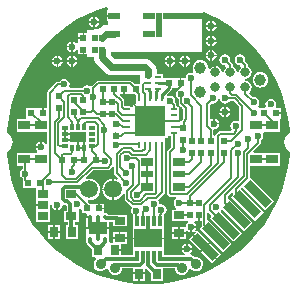
<source format=gtl>
%FSTAX43Y43*%
%MOMM*%
%SFA1B1*%

%IPPOS*%
%AMD22*
4,1,4,0.637540,-1.158240,1.158240,-0.637540,-0.637540,1.158240,-1.158240,0.637540,0.637540,-1.158240,0.0*
%
%ADD10R,0.599999X0.499999*%
%ADD11R,0.499999X0.599999*%
%ADD12O,0.200000X0.649999*%
%ADD13O,0.649999X0.200000*%
%ADD14R,2.599995X2.599995*%
%ADD15R,0.899998X0.649999*%
%ADD16R,1.599997X0.999998*%
%ADD17O,0.299999X0.499999*%
%ADD18R,2.379995X1.649997*%
%ADD19R,0.299999X0.849998*%
%ADD20R,0.349999X0.599999*%
%ADD21R,0.599999X0.349999*%
G04~CAMADD=22~9~0.0~0.0~290.2~1000.0~0.0~0.0~0~0.0~0.0~0.0~0.0~0~0.0~0.0~0.0~0.0~0~0.0~0.0~0.0~225.0~912.0~911.0*
%ADD22D22*%
%ADD23C,1.499997*%
%ADD24C,0.799998*%
%ADD25R,0.999998X0.799998*%
%ADD26R,1.049998X0.799998*%
%ADD27R,1.049998X0.599999*%
%ADD28R,0.699999X0.899998*%
%ADD29R,0.899998X0.699999*%
%ADD30R,0.549999X0.250000*%
%ADD31R,0.999998X0.599999*%
%ADD32C,0.599999*%
%ADD33C,0.581999*%
%ADD34C,0.150000*%
%ADD35C,0.299999*%
%ADD36C,0.253999*%
%ADD37R,0.250000X1.194998*%
%ADD38R,3.499993X0.599999*%
%ADD39R,0.599999X2.099996*%
%ADD40C,0.899998*%
%ADD41C,0.999998*%
%ADD42C,0.599999*%
%LNzooidpcb-1*%
%LPD*%
G36*
X-0005763Y0001869D02*
X-0005783Y0001847D01*
X-0005801Y0001825*
X-0005817Y0001801*
X-0005831Y0001777*
X-0005842Y0001752*
X-0005852Y0001726*
X-0005859Y0001699*
X-0005865Y0001671*
X-0005868Y0001642*
X-0005869Y0001613*
X-0006019*
X-000602Y0001642*
X-0006023Y0001671*
X-0006029Y0001699*
X-0006036Y0001726*
X-0006046Y0001752*
X-0006057Y0001777*
X-0006071Y0001801*
X-0006087Y0001825*
X-0006105Y0001847*
X-0006125Y0001869*
X-000605Y0002006*
X-0006029Y0001987*
X-0006008Y0001972*
X-0005986Y0001962*
X-0005965Y0001955*
X-0005944Y0001953*
X-0005923Y0001955*
X-0005902Y0001962*
X-000588Y0001972*
X-0005859Y0001987*
X-0005838Y0002006*
X-0005763Y0001869*
G37*
G36*
X-0001974Y0004099D02*
X-0001599D01*
X-0001499*
X-0001449*
X-0001194*
X-0001079Y0003974*
Y0003524*
X-000106Y0003426*
X-0001024Y0003374*
X-000106Y0003266*
X-0001091Y0003224*
X-0001274*
Y0003041*
X-0001316Y000301*
X-0001424Y0002974*
X-0001476Y0003009*
X-0001574Y0003029*
X-0001994*
X-0002035Y0003069*
Y0003472*
X-0002052Y000356*
X-0002102Y0003634*
X-0002428Y000396*
X-000237Y0004099*
X-0002124*
Y0004499*
X-0001974*
Y0004099*
G37*
G36*
X-0004603Y0002871D02*
X-00046Y0002842D01*
X-0004594Y0002814*
X-0004587Y0002787*
X-0004577Y0002761*
X-0004566Y0002736*
X-0004552Y0002712*
X-0004536Y0002688*
X-0004518Y0002666*
X-0004498Y0002644*
X-0004573Y0002507*
X-0004594Y0002526*
X-0004615Y0002541*
X-0004637Y0002551*
X-0004658Y0002558*
X-0004679Y000256*
X-00047Y0002558*
X-0004721Y0002551*
X-0004743Y0002541*
X-0004764Y0002526*
X-0004785Y0002507*
X-000486Y0002644*
X-000484Y0002666*
X-0004822Y0002688*
X-0004806Y0002712*
X-0004792Y0002736*
X-0004781Y0002761*
X-0004771Y0002787*
X-0004764Y0002814*
X-0004758Y0002842*
X-0004755Y0002871*
X-0004754Y00029*
X-0004604*
X-0004603Y0002871*
G37*
G36*
X-0005244Y0000849D02*
Y0000349D01*
Y-0000024*
X-0005369*
Y-0000474*
X-0005519*
Y-0000024*
X-0005869*
Y-0000474*
X-0006019*
Y-0000024*
X-0006644*
Y0*
Y0000099*
X-0007094*
Y0000249*
X-0006644*
Y0000349*
Y0000599*
X-0007094*
Y0000749*
X-0006644*
Y0000849*
Y0000874*
X-0005244*
Y0000849*
G37*
G36*
X-0003449Y0011363D02*
X-0003444Y0011263D01*
X-0003554Y0011149*
X-0003574*
Y0010249*
X-0003424*
Y0010011*
X-000353Y0009905*
X-0003599*
X-0003645Y0009899*
X-0003824*
Y0009863*
X-0003952Y000981*
X-0004098Y0009698*
X-0004247Y0009549*
X-0004599*
Y0009474*
X-0005199*
Y0009224*
X-0005424*
Y0008824*
X-0005499*
Y0008749*
X-0005949*
Y0008431*
X-0006125Y0008423*
X-0006273Y0008523*
X-0006374Y0008543*
Y0008099*
Y0007655*
X-0006273Y0007675*
X-0006125Y0007775*
X-0006099Y0007813*
X-0005949Y0007767*
Y0007449*
X-0005574*
Y0007849*
X-0005424*
Y0007449*
X-0005199*
Y0007199*
X-0004646*
Y0007174*
X-0004622Y0006994*
X-0004553Y0006826*
X-0004442Y0006681*
X-0003642Y0005881*
X-0003497Y000577*
X-0003329Y0005701*
X-0003149Y0005677*
X-0000693*
X-0000674Y0005532*
Y0005018*
Y0004974*
X-0000793Y0004899*
X-0001125*
X-0001362Y0005136*
X-0001436Y0005186*
X-0001524Y0005203*
X-0002442*
X-0003481*
X-0004267*
X-0004355Y0005186*
X-0004429Y0005136*
X-000477Y0004795*
X-0004841Y000473*
X-0004987Y0004774*
X-0005024Y0004798*
X-0005199Y0004833*
X-0005375Y0004798*
X-0005524Y0004699*
X-0005587Y0004604*
X-0006613*
X-0006694Y0004754*
X-0006665Y0004899*
X-00067Y0005075*
X-00068Y0005223*
X-0006948Y0005323*
X-0007124Y0005358*
X-00073Y0005323*
X-0007448Y0005223*
X-0007512Y0005128*
X-0007624*
X-0007697Y0005114*
X-0007712Y0005111*
X-0007786Y0005061*
X-0008511Y0004336*
X-0008561Y0004262*
X-0008578Y0004174*
Y0002879*
X-0008824*
Y0002479*
X-0008974*
Y0002879*
X-0009349*
X-0009449*
X-0009499*
X-0010349*
Y0002079*
X-0010466Y0001999*
X-0011149*
Y0000899*
X-0009849*
X-0009749*
X-0008578*
Y-0000123*
X-0008728Y-0000169*
X-0008775Y-00001*
X-0008923Y0*
X-0009024Y0000018*
Y-0000424*
X-0009099*
Y-0000499*
X-0009543*
X-0009523Y-00006*
X-0009423Y-0000748*
Y-0000749*
X-0009468Y-0000899*
X-0009749*
X-0009849*
X-0011149*
Y-0001999*
X-0010653*
Y-0002261*
X-0010748Y-0002325*
X-0010848Y-0002473*
X-0010883Y-0002649*
X-0010848Y-0002825*
X-0010748Y-0002973*
X-0010653Y-0003037*
Y-0003224*
X-0010649Y-0003246*
Y-0003849*
X-0009749*
X-0009649*
X-0009521Y-0003903*
X-0009519Y-0003904*
Y-0004854*
Y-0005254*
X-0008919*
Y-0005404*
X-0009519*
Y-0005804*
Y-0006754*
X-0008319*
Y-0005804*
Y-0005358*
X-0008169Y-0005343*
X-0008143Y-0005475*
X-0008043Y-0005623*
X-0007895Y-0005723*
X-0007794Y-0005743*
Y-0005299*
X-0007644*
Y-0005743*
X-0007543Y-0005723*
X-0007395Y-0005623*
X-0007295Y-0005475*
X-0007283Y-0005413*
X-0007277Y-0005403*
X-0007118Y-0005305*
X-0007093Y-000531*
X-0007011*
X-0006925Y-0005396*
Y-0005804*
X-0007119*
Y-0006754*
X-0006825*
Y-0007009*
X-0006994*
Y-0008209*
X-0005994*
Y-0007009*
X-0006213*
Y-0006754*
X-0005919*
Y-0005828*
Y-0005804*
X-0005836Y-0005688*
X-0005779Y-000565*
X-0005629Y-000573*
Y-0006009*
X-000532*
X-0005236Y-000614*
X-0005234Y-0006159*
X-0005255Y-0006264*
Y-0006289*
X-0004949*
Y-0006439*
X-0005255*
Y-0006464*
X-0005254Y-0006466*
X-0005249Y-0006614*
Y-0007189*
X-0003349*
Y-0006735*
X-0003039*
Y-0007129*
X-0001839*
Y-0006129*
X-0002609*
X-0002639Y-0006123*
X-0003382*
X-0003433Y-0006048*
X-0003532Y-0005981*
X-0003649Y-0005958*
X-0003729Y-0005892*
Y-0005684*
X-0004179*
Y-0005609*
X-0004254*
Y-0005209*
X-0004629*
X-0004729*
X-0004989*
X-0005017Y-0005167*
X-0005145Y-0005039*
X-0005075Y-0004897*
X-0004999Y-0004907*
X-0004764Y-0004876*
X-0004545Y-0004785*
X-0004357Y-0004641*
X-0004213Y-0004453*
X-0004122Y-0004234*
X-0004091Y-0003999*
X-0004122Y-0003764*
X-0004213Y-0003545*
X-0004357Y-0003357*
X-0004545Y-0003213*
X-0004764Y-0003122*
X-0004999Y-0003091*
X-0005213Y-0003119*
X-0005252Y-0003076*
X-0005289Y-0002984*
X-0004679Y-0002373*
X-0003452*
X-0003364Y-0002356*
X-0003289Y-0002306*
X-0003051Y-0002068*
X-0002901Y-000213*
Y-0002626*
X-0002884Y-0002714*
X-0002834Y-0002788*
X-0002591Y-0003032*
X-0002676Y-0003159*
X-0002764Y-0003122*
X-0002924Y-0003101*
Y-0003999*
Y-0004897*
X-0002764Y-0004876*
X-0002545Y-0004785*
X-0002357Y-0004641*
X-0002213Y-0004453*
X-0002173Y-0004358*
X-0002023Y-0004387*
Y-0004781*
X-0002006Y-0004869*
X-0001956Y-0004943*
X-0001473Y-0005426*
X-0001431Y-0005611*
X-0001433Y-0005613*
X-0001468Y-0005789*
X-0001433Y-0005965*
X-0001333Y-0006113*
X-0001299Y-0006136*
Y-0007174*
X-0001339*
Y-0008074*
X0001339*
Y-0007174*
X0001299*
Y-000617*
X0001301Y-0006167*
X0001317Y-0006088*
X0001413Y-0006023*
X0001513Y-0005875*
X0001548Y-0005699*
X0001513Y-0005523*
X0001413Y-0005375*
X0001265Y-0005275*
X0001089Y-000524*
X0001062Y-0005245*
X0000918Y-0005229*
X0000899Y-0005137*
X0000883Y-0005053*
X000086Y-0005019*
X0000819Y-0004868*
X0000882Y-0004803*
X0001336Y-0004349*
X0001386Y-0004274*
X0001403Y-0004186*
Y-0000531*
X0001409Y-0000522*
X0001429Y-0000424*
Y0000024*
X0001409Y0000122*
X0001374Y0000174*
X000141Y0000282*
X0001441Y0000324*
X0001624*
Y0000507*
X0001666Y0000538*
X0001774Y0000574*
X0001826Y0000539*
X000192Y000052*
Y-0000374*
X0001652Y-0000642*
X0001602Y-0000716*
X0001585Y-0000804*
Y-0004272*
X0001602Y-000436*
X0001652Y-0004434*
X0001784Y-0004566*
X0001858Y-0004616*
X0001946Y-0004633*
X0002296*
X0002341Y-0004783*
X0002265Y-0004835*
X0002165Y-0004983*
X000213Y-0005159*
X0002165Y-0005335*
X0002265Y-0005483*
X0002363Y-0005549*
X0002317Y-0005699*
X0001969*
Y-0006699*
X0003169*
Y-0006629*
X0003322*
X0003368Y-0006779*
X00033Y-0006825*
X00032Y-0006973*
X0003184Y-0007055*
X0003165Y-0007149*
X0003022Y-0007199*
X0002644*
Y-0007624*
X0003169*
Y-0007548*
X0003238Y-0007509*
X0003319Y-0007486*
X0003448Y-0007573*
X0003549Y-0007593*
Y-0007149*
X0003624*
Y-0007074*
X0004068*
X0004048Y-0006973*
X0003948Y-0006825*
X000388Y-0006779*
X0003917Y-0006638*
X0003926Y-0006629*
X0004194*
Y-0006179*
X0004344*
Y-0006629*
X0004515*
Y-0007018*
X0004531Y-0007099*
X0004311Y-0007319*
X0006319Y-0009327*
X0007052Y-0008594*
X0005044Y-0006586*
X0004973Y-000646*
Y-0006032*
X0005123Y-000597*
X0005316Y-0006163*
Y-0006313*
X0005209Y-000642*
X0007218Y-0008429*
X0007951Y-0007696*
X0006133Y-0005878*
X0006164Y-0005777*
X0006324Y-0005739*
X0008116Y-0007531*
X0008849Y-0006798*
X000684Y-0004789*
X000671Y-0004736*
Y-0004553*
X0006993Y-000427*
X0007134Y-0004318*
X0007175Y-0004454*
X0007005Y-0004624*
X0009014Y-0006633*
X0009747Y-00059*
X0007767Y-000392*
X0007932Y-0003755*
X0009912Y-0005735*
X0010645Y-0005002*
X0008636Y-0002993*
X0008603Y-0002857*
Y-0001999*
X0009749*
X0009849*
X0011149*
Y-0000899*
X0009849*
X0009749*
X0008951*
X0008894Y-000076*
X0009431Y-0000223*
X0009481Y-0000149*
X0009498Y-0000061*
Y0000161*
X0009593Y0000225*
X0009693Y0000373*
X0009728Y0000549*
X0009693Y0000725*
X0009677Y0000749*
X0009749Y0000899*
X0009849*
X0011149*
Y0001976*
Y0001977*
X0011239Y0002089*
Y0002239*
Y0002414*
X0010789*
Y0002564*
X0011239*
Y0002889*
X0010842*
X0010785Y0002996*
X0010776Y0003039*
X0010808Y0003199*
X0010773Y0003375*
X0010673Y0003523*
X0010525Y0003623*
X0010349Y0003658*
X0010173Y0003623*
X0010025Y0003523*
X0009925Y0003375*
X000989Y0003199*
X0009922Y0003039*
X0009913Y0002996*
X0009856Y0002889*
X0009339*
X0009323Y0002904*
X0009263Y0003045*
X0009363Y0003193*
X0009398Y0003369*
X0009363Y0003545*
X0009263Y0003693*
X0009115Y0003793*
X0008939Y0003828*
X0008827Y0003806*
X0008553Y000408*
X0008568Y0004229*
X0008596Y0004247*
X0008717Y0004429*
X000876Y0004644*
X0008717Y0004859*
X0008596Y0005041*
X0008414Y0005162*
X0008199Y0005205*
Y0005353*
X0008414Y0005396*
X0008596Y0005517*
X0008717Y0005699*
X000876Y0005914*
X0008717Y0006129*
X0008596Y0006311*
X0008428Y0006422*
Y0006524*
X0008411Y0006612*
X0008361Y0006686*
X0008186Y0006862*
X0008208Y0006974*
X0008173Y000715*
X0008073Y0007298*
X0007925Y0007398*
X0007749Y0007433*
X0007573Y0007398*
X0007425Y0007298*
X0007325Y000715*
X000729Y0006974*
X0007325Y0006798*
X0007425Y000665*
X0007573Y000655*
X0007749Y0006515*
X0007784Y0006469*
X0007802Y0006311*
X0007681Y0006129*
X0007638Y0005914*
X000749*
X0007447Y0006129*
X0007326Y0006311*
X0007158Y0006422*
Y0006519*
X0007141Y0006607*
X0007091Y0006681*
X0006911Y0006862*
X0006933Y0006974*
X0006898Y000715*
X0006798Y0007298*
X000665Y0007398*
X0006474Y0007433*
X0006298Y0007398*
X000615Y0007298*
X000605Y000715*
X0006015Y0006974*
X000605Y0006798*
X000615Y000665*
X0006298Y000655*
X0006474Y0006515*
X0006512Y0006467*
X0006532Y0006311*
X0006411Y0006129*
X0006368Y0005914*
X000622*
X0006177Y0006129*
X0006056Y0006311*
X0005874Y0006432*
X0005734Y000646*
Y0005914*
X0005584*
Y000646*
X0005444Y0006432*
X0005262Y0006311*
X0005182Y000619*
X0005038Y0006245*
X0005045Y0006295*
X0005022Y0006465*
X0004957Y0006623*
X0004853Y0006759*
X0004717Y0006863*
X0004559Y0006928*
X0004389Y0006951*
X0004219Y0006928*
X0004061Y0006863*
X0003925Y0006759*
X0003821Y0006623*
X0003756Y0006465*
X0003733Y0006295*
X0003756Y0006125*
X0003805Y0006006*
X0003745Y0005906*
X0003705Y0005873*
X0003629Y0005888*
X0003453Y0005853*
X0003305Y0005753*
X0003205Y0005605*
X0003192Y0005539*
X000317Y0005429*
X0003023Y0005399*
X0002794*
Y0004999*
X0002644*
Y0005399*
X0002319*
X0002269*
X0002219*
X0002169*
X0002119*
X0001274*
Y0005774*
X0000696*
Y0006099*
X0000672Y0006279*
X0000603Y0006447*
X0000492Y0006592*
X0000217Y0006867*
X0000072Y0006978*
X-0000094Y0007047*
X-0000274Y0007071*
X-000286*
X-0003177Y0007387*
X-0003173Y0007572*
X-0003146Y0007599*
X0004574*
Y0010958*
X0004699Y0011041*
X0005075Y0010885*
X0006005Y0010401*
X0006888Y0009838*
X000772Y00092*
X0008492Y0008492*
X00092Y000772*
X0009838Y0006888*
X0010401Y0006005*
X0010885Y0005075*
X0011286Y0004107*
X0011601Y0003108*
X0011828Y0002085*
X0011965Y0001046*
X0011967Y0000991*
X0011966Y0000851*
X0011786Y0000712*
X0011626Y0000503*
X0011525Y000026*
X001149Y0*
X0011525Y-000026*
X0011626Y-0000503*
X0011786Y-0000712*
X0011966Y-0000851*
X0011967Y-0000991*
X0011965Y-0001046*
X0011828Y-0002085*
X0011601Y-0003108*
X0011286Y-0004107*
X0010885Y-0005075*
X0010401Y-0006005*
X0009838Y-0006888*
X00092Y-000772*
X0008492Y-0008492*
X000772Y-00092*
X0006888Y-0009838*
X0006005Y-0010401*
X0005075Y-0010885*
X0004107Y-0011286*
X0003108Y-0011601*
X0002085Y-0011828*
X0001046Y-0011965*
X0Y-001201*
X-0001046Y-0011965*
X-0002085Y-0011828*
X-0003108Y-0011601*
X-0004107Y-0011286*
X-0005075Y-0010885*
X-0006005Y-0010401*
X-0006888Y-0009838*
X-000772Y-00092*
X-0008492Y-0008492*
X-00092Y-000772*
X-0009838Y-0006888*
X-0010401Y-0006005*
X-0010885Y-0005075*
X-0011286Y-0004107*
X-0011601Y-0003108*
X-0011828Y-0002085*
X-0011965Y-0001046*
X-0011967Y-0000989*
Y-000085*
X-0011786Y-0000712*
X-0011626Y-0000503*
X-0011525Y-000026*
X-0011491Y0*
X-0011525Y000026*
X-0011626Y0000503*
X-0011786Y0000712*
X-0011966Y0000851*
X-0011967Y0000991*
X-0011965Y0001046*
X-0011828Y0002085*
X-0011601Y0003108*
X-0011286Y0004107*
X-0010885Y0005075*
X-0010401Y0006005*
X-0009838Y0006888*
X-00092Y000772*
X-0008492Y0008492*
X-000772Y00092*
X-0006888Y0009838*
X-0006005Y0010401*
X-0005075Y0010885*
X-0004107Y0011286*
X-0003577Y0011453*
X-0003449Y0011363*
G37*
G36*
X0002567Y0004449D02*
X0002455Y0004374D01*
X0002355Y0004225*
X000232Y000405*
X0002355Y0003874*
X0002455Y0003725*
X000255Y0003662*
Y0003307*
X0002567Y0003219*
X0002617Y0003144*
X0002952Y0002809*
Y0002022*
X0002814Y0001884*
X0002772Y0001822*
X0002723Y0001817*
X0002617Y0001836*
X0002609Y0001872*
X0002554Y0001954*
Y0002094*
X0002609Y0002176*
X0002629Y0002274*
X0002609Y0002372*
X0002554Y0002454*
Y0002594*
X0002609Y0002676*
X0002629Y0002774*
X0002609Y0002872*
X0002554Y0002954*
X0002472Y0003009*
X0002378Y0003028*
Y0003159*
X0002361Y0003247*
X0002311Y0003321*
X0002256Y0003377*
X0002278Y0003489*
X0002243Y0003665*
X0002143Y0003813*
X0001995Y0003913*
X0001819Y0003948*
X0001672Y0003919*
X0001603Y0004001*
X0001583Y0004042*
X0001959Y0004418*
X000202Y0004509*
X0002038Y0004599*
X0002119*
X0002169*
X0002219*
X0002269*
X0002319*
X0002524*
X0002567Y0004449*
G37*
G36*
X0006075Y0003543D02*
X0006175Y0003395D01*
X0006323Y0003295*
X0006499Y000326*
X0006675Y0003295*
X0006823Y0003395*
X0006887Y000349*
X000721*
X0007695Y0003005*
Y0001889*
X0007545Y0001809*
X0007399Y0001838*
X0007223Y0001803*
X0007075Y0001703*
X0006975Y0001555*
X000694Y0001379*
X0006975Y0001203*
X0007039Y0001108*
X0006969Y0000958*
X0006069*
X0005981Y0000941*
X0005907Y0000891*
X0005697Y0000681*
X0005647Y0000607*
X0005638Y0000563*
X0005488Y0000578*
Y0000981*
X0005559Y000112*
X0005735Y0001155*
X0005883Y0001255*
X0005983Y0001403*
X0006003Y0001504*
X0005559*
Y0001579*
X0005484*
Y0002023*
X0005383Y0002003*
X0005328Y0001966*
X0005178Y0002046*
Y0003114*
X0005357Y0003292*
X0005469Y000327*
X0005645Y0003305*
X0005793Y0003405*
X0005893Y0003553*
X0005907Y0003622*
X0006059*
X0006075Y0003543*
G37*
%LNzooidpcb-2*%
%LPC*%
G36*
X-0009174Y0000018D02*
X-0009275Y0D01*
X-0009423Y-00001*
X-0009523Y-0000248*
X-0009543Y-0000349*
X-0009174*
Y0000018*
G37*
G36*
X-0003074Y-0003101D02*
X-0003234Y-0003122D01*
X-0003453Y-0003213*
X-0003641Y-0003357*
X-0003785Y-0003545*
X-0003876Y-0003764*
X-0003897Y-0003924*
X-0003074*
Y-0003101*
G37*
G36*
X-0007494Y-0007009D02*
X-0007919D01*
Y-0007534*
X-0007494*
Y-0007009*
G37*
G36*
X-0003729Y-0005209D02*
X-0004104D01*
Y-0005534*
X-0003729*
Y-0005209*
G37*
G36*
X-0003074Y-0004074D02*
X-0003897D01*
X-0003876Y-0004234*
X-0003785Y-0004453*
X-0003641Y-0004641*
X-0003453Y-0004785*
X-0003234Y-0004876*
X-0003074Y-0004897*
Y-0004074*
G37*
G36*
X0006384Y0002983D02*
X0006283Y0002963D01*
X0006135Y0002863*
X0006035Y0002715*
X0006015Y0002614*
X0006384*
Y0002983*
G37*
G36*
X0006534D02*
Y0002614D01*
X0006903*
X0006883Y0002715*
X0006783Y0002863*
X0006635Y0002963*
X0006534Y0002983*
G37*
G36*
X0009469Y0005935D02*
X0009299Y0005912D01*
X0009141Y0005847*
X0009005Y0005743*
X0008901Y0005607*
X0008836Y0005449*
X0008813Y0005279*
X0008836Y0005109*
X0008901Y0004951*
X0009005Y0004815*
X0009141Y0004711*
X0009299Y0004646*
X0009469Y0004623*
X0009639Y0004646*
X0009797Y0004711*
X0009933Y0004815*
X0010037Y0004951*
X0010102Y0005109*
X0010125Y0005279*
X0010102Y0005449*
X0010037Y0005607*
X0009933Y0005743*
X0009797Y0005847*
X0009639Y0005912*
X0009469Y0005935*
G37*
G36*
X0005634Y0002023D02*
Y0001654D01*
X0006003*
X0005983Y0001755*
X0005883Y0001903*
X0005735Y0002003*
X0005634Y0002023*
G37*
G36*
X0006384Y0002464D02*
X0006015D01*
X0006035Y0002363*
X0006135Y0002215*
X0006283Y0002115*
X0006384Y0002095*
Y0002464*
G37*
G36*
X0006903D02*
X0006534D01*
Y0002095*
X0006635Y0002115*
X0006783Y0002215*
X0006883Y0002363*
X0006903Y0002464*
G37*
G36*
X0003727Y-0007903D02*
X0003413Y-0008217D01*
X0004364Y-0009168*
X0004678Y-0008854*
X0003727Y-0007903*
G37*
G36*
X0005203Y-0008541D02*
X000489Y-0008854D01*
X0005841Y-0009805*
X0006154Y-0009492*
X0005203Y-0008541*
G37*
G36*
X0003344Y-0008585D02*
Y-0008954D01*
X0003713*
X0003693Y-0008853*
X0003593Y-0008705*
X0003445Y-0008605*
X0003344Y-0008585*
G37*
G36*
X0003194D02*
X0003093Y-0008605D01*
X0002945Y-0008705*
X0002845Y-0008853*
X0002825Y-0008954*
X0003194*
Y-0008585*
G37*
G36*
X-0000274Y-0011199D02*
X-0000699D01*
Y-0011724*
X-0000274*
Y-0011199*
G37*
G36*
X-0000849D02*
X-0001274D01*
Y-0011724*
X-0000849*
Y-0011199*
G37*
G36*
X0004784Y-000896D02*
X000447Y-0009274D01*
X0005421Y-0010225*
X0005735Y-0009911*
X0004784Y-000896*
G37*
G36*
X-0003349Y-0007339D02*
X-0005249D01*
Y-0007914*
X-0005254Y-0008062*
X-0005255Y-0008064*
Y-0008164*
Y-0008264*
Y-0008474*
X-0005232Y-0008591*
X-0005165Y-000869*
X-0004799Y-0009057*
Y-0009724*
X-0004507*
X-0004451Y-0009874*
X-0004523Y-0009937*
X-0004628Y-0010151*
X-0004644Y-001039*
X-0004567Y-0010616*
X-000441Y-0010795*
X-0004196Y-0010901*
X-0003958Y-0010916*
X-0003731Y-0010839*
X-0003566Y-0010694*
X-0003486Y-0010707*
X-0003411Y-0010736*
X-000334Y-0010944*
X-0003183Y-0011124*
X-0002969Y-0011229*
X-0002731Y-0011245*
X-0002505Y-0011168*
X-0002325Y-0011011*
X-000222Y-0010797*
X-0002212Y-001068*
X-0001274*
Y-0010994*
X-0000274*
Y-0010769*
X-0000124Y-0010707*
X0000224Y-0011057*
Y-0011724*
X0001224*
Y-001068*
X0002212*
X000222Y-0010797*
X0002325Y-0011011*
X0002505Y-0011168*
X0002731Y-0011245*
X0002969Y-0011229*
X0003183Y-0011124*
X000334Y-0010944*
X0003411Y-0010736*
X0003486Y-0010707*
X0003566Y-0010694*
X0003731Y-0010839*
X0003958Y-0010916*
X0004196Y-0010901*
X000441Y-0010795*
X0004567Y-0010616*
X0004644Y-001039*
X0004628Y-0010151*
X0004523Y-0009937*
X0004343Y-000978*
X0004117Y-0009703*
X0003879Y-0009719*
X0003832Y-0009672*
X0003733Y-0009606*
X0003616Y-0009582*
X0003565Y-0009553*
X0003557Y-0009378*
X0003593Y-0009353*
X0003693Y-0009205*
X0003713Y-0009104*
X0002825*
X0002845Y-0009205*
X0002945Y-0009353*
X0003063Y-0009432*
X0003034Y-0009582*
X0001299*
Y-0009124*
X0001339*
Y-0008224*
X-0001339*
Y-0009124*
X-0001299*
Y-0009582*
X-0002299*
Y-0009199*
X-0002799*
Y-0009049*
X-0002299*
Y-0008629*
X-0001839*
Y-0008204*
X-0003039*
Y-0008524*
X-00032*
X-0003312Y-0008485*
X-0003343Y-0008392*
Y-0008164*
Y-0008064*
X-0003344Y-0008062*
X-0003349Y-0007914*
Y-0007339*
G37*
G36*
X0004068Y-0007224D02*
X0003699D01*
Y-0007593*
X00038Y-0007573*
X0003844Y-0007543*
X0003847Y-0007541*
X0003938Y-0007484*
X0003943Y-000749*
X0003955Y-0007506*
X0004031Y-0007598*
X0003833Y-0007797*
X0004784Y-0008748*
X0005097Y-0008435*
X0004146Y-0007484*
X0004073Y-0007556*
X0003981Y-000748*
X0003965Y-0007468*
X0003959Y-0007463*
X0004016Y-0007372*
X0004018Y-0007369*
X0004048Y-0007325*
X0004068Y-0007224*
G37*
G36*
X-0001839Y-0007629D02*
X-0002364D01*
Y-0008054*
X-0001839*
Y-0007629*
G37*
G36*
X-0002514D02*
X-0003039D01*
Y-0008054*
X-0002514*
Y-0007629*
G37*
G36*
X-0008069Y-0007009D02*
X-0008494D01*
Y-0007534*
X-0008069*
Y-0007009*
G37*
G36*
X0002494Y-0007199D02*
X0001969D01*
Y-0007624*
X0002494*
Y-0007199*
G37*
G36*
X-0007494Y-0007684D02*
X-0007919D01*
Y-0008209*
X-0007494*
Y-0007684*
G37*
G36*
X-0008069D02*
X-0008494D01*
Y-0008209*
X-0008069*
Y-0007684*
G37*
G36*
X0003169Y-0007774D02*
X0002644D01*
Y-0008199*
X0003169*
Y-0007774*
G37*
G36*
X0002494D02*
X0001969D01*
Y-0008199*
X0002494*
Y-0007774*
G37*
G36*
X-0006524Y0008543D02*
X-0006625Y0008523D01*
X-0006773Y0008423*
X-0006873Y0008275*
X-0006893Y0008174*
X-0006524*
Y0008543*
G37*
G36*
X0005768Y0008524D02*
X0005399D01*
Y0008155*
X00055Y0008175*
X0005648Y0008275*
X0005748Y0008423*
X0005768Y0008524*
G37*
G36*
X0005399Y0009043D02*
Y0008674D01*
X0005768*
X0005748Y0008775*
X0005648Y0008923*
X00055Y0009023*
X0005399Y0009043*
G37*
G36*
X0005249D02*
X0005148Y0009023D01*
X0005Y0008923*
X00049Y0008775*
X000488Y0008674*
X0005249*
Y0009043*
G37*
G36*
X0005399Y0007793D02*
Y0007424D01*
X0005768*
X0005748Y0007525*
X0005648Y0007673*
X00055Y0007773*
X0005399Y0007793*
G37*
G36*
X0005249D02*
X0005148Y0007773D01*
X0005Y0007673*
X00049Y0007525*
X000488Y0007424*
X0005249*
Y0007793*
G37*
G36*
Y0008524D02*
X000488D01*
X00049Y0008423*
X0005Y0008275*
X0005148Y0008175*
X0005249Y0008155*
Y0008524*
G37*
G36*
X-0006524Y0008024D02*
X-0006893D01*
X-0006873Y0007923*
X-0006773Y0007775*
X-0006625Y0007675*
X-0006524Y0007655*
Y0008024*
G37*
G36*
X-0005574Y0009224D02*
X-0005949D01*
Y0008899*
X-0005574*
Y0009224*
G37*
G36*
X0005399Y0010293D02*
Y0009924D01*
X0005768*
X0005748Y0010025*
X0005648Y0010173*
X00055Y0010273*
X0005399Y0010293*
G37*
G36*
X0005249D02*
X0005148Y0010273D01*
X0005Y0010173*
X00049Y0010025*
X000488Y0009924*
X0005249*
Y0010293*
G37*
G36*
X-0004549Y0010643D02*
Y0010274D01*
X-000418*
X-00042Y0010375*
X-00043Y0010523*
X-0004448Y0010623*
X-0004549Y0010643*
G37*
G36*
X-0004699D02*
X-00048Y0010623D01*
X-0004948Y0010523*
X-0005048Y0010375*
X-0005068Y0010274*
X-0004699*
Y0010643*
G37*
G36*
X0005768Y0009774D02*
X0005399D01*
Y0009405*
X00055Y0009425*
X0005648Y0009525*
X0005748Y0009673*
X0005768Y0009774*
G37*
G36*
X0005249D02*
X000488D01*
X00049Y0009673*
X0005Y0009525*
X0005148Y0009425*
X0005249Y0009405*
Y0009774*
G37*
G36*
X-000418Y0010124D02*
X-0004549D01*
Y0009755*
X-0004448Y0009775*
X-00043Y0009875*
X-00042Y0010023*
X-000418Y0010124*
G37*
G36*
X-0004699D02*
X-0005068D01*
X-0005048Y0010023*
X-0004948Y0009875*
X-00048Y0009775*
X-0004699Y0009755*
Y0010124*
G37*
G36*
X0003149Y0007293D02*
Y0006924D01*
X0003518*
X0003498Y0007025*
X0003398Y0007173*
X000325Y0007273*
X0003149Y0007293*
G37*
G36*
X0002268Y0006774D02*
X0001899D01*
Y0006405*
X0002Y0006425*
X0002148Y0006525*
X0002248Y0006673*
X0002268Y0006774*
G37*
G36*
X0001749D02*
X000138D01*
X00014Y0006673*
X00015Y0006525*
X0001648Y0006425*
X0001749Y0006405*
Y0006774*
G37*
G36*
X0003518D02*
X0003149D01*
Y0006405*
X000325Y0006425*
X0003398Y0006525*
X0003498Y0006673*
X0003518Y0006774*
G37*
G36*
X0002999D02*
X000263D01*
X000265Y0006673*
X000275Y0006525*
X0002898Y0006425*
X0002999Y0006405*
Y0006774*
G37*
G36*
X-0007255D02*
X-0007624D01*
Y0006405*
X-0007523Y0006425*
X-0007375Y0006525*
X-0007275Y0006673*
X-0007255Y0006774*
G37*
G36*
X-0007774D02*
X-0008143D01*
X-0008123Y0006673*
X-0008023Y0006525*
X-0007875Y0006425*
X-0007774Y0006405*
Y0006774*
G37*
G36*
X-0006005D02*
X-0006374D01*
Y0006405*
X-0006273Y0006425*
X-0006125Y0006525*
X-0006025Y0006673*
X-0006005Y0006774*
G37*
G36*
X-0006524D02*
X-0006893D01*
X-0006873Y0006673*
X-0006773Y0006525*
X-0006625Y0006425*
X-0006524Y0006405*
Y0006774*
G37*
G36*
X0005249Y0007274D02*
X000488D01*
X00049Y0007173*
X0005Y0007025*
X0005148Y0006925*
X0005249Y0006905*
Y0007274*
G37*
G36*
X0001749Y0007293D02*
X0001648Y0007273D01*
X00015Y0007173*
X00014Y0007025*
X000138Y0006924*
X0001749*
Y0007293*
G37*
G36*
X-0006374D02*
Y0006924D01*
X-0006005*
X-0006025Y0007025*
X-0006125Y0007173*
X-0006273Y0007273*
X-0006374Y0007293*
G37*
G36*
X0002999D02*
X0002898Y0007273D01*
X000275Y0007173*
X000265Y0007025*
X000263Y0006924*
X0002999*
Y0007293*
G37*
G36*
X0001899D02*
Y0006924D01*
X0002268*
X0002248Y0007025*
X0002148Y0007173*
X0002Y0007273*
X0001899Y0007293*
G37*
G36*
X-0007774D02*
X-0007875Y0007273D01*
X-0008023Y0007173*
X-0008123Y0007025*
X-0008143Y0006924*
X-0007774*
Y0007293*
G37*
G36*
X0005768Y0007274D02*
X0005399D01*
Y0006905*
X00055Y0006925*
X0005648Y0007025*
X0005748Y0007173*
X0005768Y0007274*
G37*
G36*
X-0006524Y0007293D02*
X-0006625Y0007273D01*
X-0006773Y0007173*
X-0006873Y0007025*
X-0006893Y0006924*
X-0006524*
Y0007293*
G37*
G36*
X-0007624D02*
Y0006924D01*
X-0007255*
X-0007275Y0007025*
X-0007375Y0007173*
X-0007523Y0007273*
X-0007624Y0007293*
G37*
%LNzooidpcb-3*%
%LPD*%
G54D10*
X-0005499Y0008824D03*
X-0004499D03*
X-0005499Y0007849D03*
X-0004499D03*
X-0003874Y0004499D03*
X-0002874D03*
X-0009199Y-0003449D03*
X-0010199D03*
X-0005179Y-0005609D03*
X-0004179D03*
X-0008899Y0002479D03*
X-0009899D03*
X0009789Y0002489D03*
X0010789D03*
X0002719Y0004999D03*
X0001719D03*
X-0001049Y0004499D03*
X-0002049D03*
X-0005439Y-0001509D03*
X-0004439D03*
X-0006334D03*
X-0007334D03*
G54D11*
X-0003949Y0008849D03*
Y0007849D03*
X-0006279Y0002539D03*
Y0003539D03*
X-0005529D03*
Y0002539D03*
X-0007599Y0002899D03*
Y0003899D03*
X0003519Y-0005179D03*
Y-0006179D03*
X0006419Y-0000909D03*
Y0000089D03*
X0003724D03*
Y-0000909D03*
X0004488Y0000089D03*
Y-0000909D03*
X0005259Y0000089D03*
Y-0000909D03*
X0004269Y-0006179D03*
Y-0005179D03*
X-0002769Y0000549D03*
Y0001549D03*
X-0003809Y0003399D03*
Y0002399D03*
X-0003059Y0003399D03*
Y0002399D03*
X0002949Y0001219D03*
Y0000219D03*
G54D12*
X-0000824Y-0000199D03*
X-0000324D03*
X0000174D03*
X0000674D03*
X0001174D03*
Y0003749D03*
X0000674D03*
X0000174D03*
X-0000324D03*
X-0000824D03*
G54D13*
X0002149Y0000774D03*
Y0001274D03*
Y0001774D03*
Y0002274D03*
Y0002774D03*
X-0001799D03*
Y0002274D03*
Y0001774D03*
Y0001274D03*
Y0000774D03*
G54D14*
X0000174Y0001774D03*
G54D15*
X-0006519Y-0004379D03*
Y-0006279D03*
X-0008919D03*
Y-0005329D03*
Y-0004379D03*
G54D16*
X-0004299Y-0007264D03*
G54D17*
X-0003649Y-0008164D03*
X-0004299D03*
X-0004949D03*
Y-0006364D03*
X-0004299D03*
X-0003649D03*
G54D18*
X0Y-0008149D03*
G54D19*
X0000999Y-0009624D03*
X0000499D03*
X0D03*
X-0000499D03*
X-0000999D03*
Y-0006674D03*
X-0000499D03*
X0D03*
X0000499D03*
X0000999D03*
G54D20*
X-0006444Y-0000474D03*
X-0005944D03*
X-0005444D03*
Y0001324D03*
X-0005944D03*
X-0006444D03*
G54D21*
X-0004794Y-0000324D03*
Y0000174D03*
Y0000674D03*
Y0001174D03*
X-0007094D03*
Y0000674D03*
Y0000174D03*
Y-0000324D03*
G54D22*
X0009274Y-0004364D03*
X0008376Y-0005262D03*
X0007478Y-000616D03*
X000658Y-0007058D03*
X0004784Y-0008854D03*
X0005682Y-0007956D03*
G54D23*
X-0002999Y-0003999D03*
X-0004999D03*
G54D24*
X0006929Y0004644D03*
X0005659Y0005914D03*
X0008199Y0004644D03*
Y0005914D03*
X0005659Y0004644D03*
X0006929Y0005914D03*
G54D25*
X-0009099Y0001449D03*
Y-0001449D03*
X-0010499D03*
Y0001449D03*
X0010499D03*
Y-0001449D03*
X0009099D03*
Y0001449D03*
G54D26*
X-0000084Y-0001679D03*
Y-0003779D03*
X0002564Y-0001679D03*
Y-0003779D03*
G54D27*
X-0000084Y-0002729D03*
X0002564D03*
G54D28*
X-0000774Y-0011124D03*
X0000724D03*
X-0007994Y-0007609D03*
X-0006494D03*
X-0002799Y-0009124D03*
X-0004299D03*
G54D29*
X0002569Y-0007699D03*
Y-0006199D03*
X-0002439Y-0008129D03*
Y-0006629D03*
G54D30*
X0000849Y0004499D03*
Y0004999D03*
Y0005499D03*
X0D03*
Y0004999D03*
Y0004499D03*
G54D31*
X0000074Y0010699D03*
Y0009199D03*
X-0002924D03*
Y0010699D03*
G54D32*
X-0003599Y0009199D02*
X-0002924D01*
X-0003949Y0008849D02*
X-0003599Y0009199D01*
G54D33*
X-0003949Y0007174D02*
Y0007849D01*
X0Y0005699D02*
Y0006099D01*
X-0003949Y0007174D02*
X-0003149Y0006374D01*
X-0000274*
X0Y0006099*
G54D34*
X-0007109Y0002139D02*
Y0003409D01*
X-0007599Y0003899D02*
X-0007109Y0003409D01*
X-0007599Y0003899D02*
X-0007124Y0004374D01*
X-0006808*
X-0007624Y0004899D02*
X-0007124D01*
X-0008349Y0004174D02*
X-0007624Y0004899D01*
X0008199Y0005924D02*
Y0006524D01*
X0007749Y0006974D02*
X0008199Y0006524D01*
X0006929Y0005924D02*
X0006939Y0005914D01*
X0006929Y0005924D02*
Y0006519D01*
Y0005914D02*
Y0005924D01*
X0006474Y0006974D02*
X0006929Y0006519D01*
X0002254Y0004267D02*
X0002719Y0004732D01*
Y0004999*
X-0006334Y-0001509D02*
D01*
X-0005439*
X-0006449Y-0002549D02*
Y-0002074D01*
X-0006334Y-0001959*
Y-0001509*
X-0003874Y0004399D02*
X-0003809Y0004334D01*
Y0003399D02*
Y0004334D01*
X-0000324Y0002274D02*
Y0003749D01*
X-0001799Y0002274D02*
X-0000324D01*
X0000174Y0001774D02*
X0000934Y0001014D01*
X-0000324Y0002274D02*
X0000174Y0001774D01*
X-0004679Y0003789D02*
X-0004674Y0003794D01*
X-0002874Y0004082D02*
X-0002264Y0003472D01*
X-0002874Y0004082D02*
Y0004399D01*
X-0002264Y0002974D02*
Y0003472D01*
X-0006808Y0004374D02*
X-0005199D01*
X-0005689Y0004069D02*
X-0005529Y0003909D01*
X-0006649Y0004069D02*
X-0005689D01*
X-0005529Y0003539D02*
Y0003909D01*
X-0007919Y-0000924D02*
X-0007334Y-0001509D01*
X-0007919Y-0000924D02*
Y0001753D01*
X-0007599Y0002073*
Y0002899*
X-0006809Y0003909D02*
X-0006649Y0004069D01*
X-0006809Y0002104D02*
Y0003909D01*
X-0008399Y-0003399D02*
Y-0003379D01*
X-0010424Y-0003224D02*
Y-0002649D01*
Y-0003224D02*
X-0010199Y-0003449D01*
X-0010499Y-0001449D02*
X-0010424Y-0001524D01*
Y-0002649D02*
Y-0001524D01*
X-0008949Y-0004349D02*
X-0008919Y-0004379D01*
X000623Y-0006708D02*
X000658Y-0007058D01*
X0006186Y-0006708D02*
X000623D01*
X0005189Y-0005711D02*
Y-0005287D01*
Y-0005711D02*
X0006186Y-0006708D01*
X0005189Y-0005287D02*
X0007549Y-0002927D01*
X0004744Y-0005307D02*
X0007013Y-0003039D01*
X0004744Y-0007018D02*
Y-0005307D01*
Y-0007018D02*
X0005682Y-0007956D01*
X0007549Y-0002927D02*
Y-0000877D01*
X0003519Y-0004537D02*
X0006419Y-0001637D01*
X0003519Y-0005159D02*
Y-0004537D01*
X0003679Y-0005179D02*
X0004269D01*
X0003519Y-0005159D02*
X0003639D01*
X0002589D02*
X0003519D01*
Y-0005179D02*
Y-0005159D01*
X0007013Y-0003039D02*
Y-0000645D01*
X-0007619Y0001629D02*
X-0007109Y0002139D01*
X-0007619Y-0000219D02*
Y0001629D01*
X-0007514Y-0000324D02*
X-0007094D01*
X-0007619Y-0000219D02*
X-0007514Y-0000324D01*
X-0005444Y-0000474D02*
X-0005439Y-0000479D01*
Y-0001509D02*
Y-0000479D01*
X-0004794Y-0000754D02*
Y-0000324D01*
Y-0000754D02*
X-0004439Y-0001109D01*
Y-0001509D02*
Y-0001109D01*
Y-0001509D02*
X-0004329Y-0001619D01*
X-0007219Y-0000989D02*
X-0006569D01*
X-0007334Y-0001104D02*
X-0007219Y-0000989D01*
X-0007334Y-0001509D02*
Y-0001104D01*
X-0006444Y-0000864D02*
Y-0000474D01*
X-0006569Y-0000989D02*
X-0006444Y-0000864D01*
X-0010499Y-0001449D02*
X-0009099D01*
X-0004794Y-0000324D02*
X-0004404D01*
X-0000499Y0004849D02*
X-0000349Y0004999D01*
X0*
X-0000499Y0004281D02*
Y0004849D01*
Y0004281D02*
X-0000449Y0004231D01*
Y0004219D02*
Y0004231D01*
Y0004219D02*
X-0000324Y0004094D01*
Y0003749D02*
Y0004094D01*
X-0002064Y0002774D02*
X-0001799D01*
X-0002264Y0002974D02*
X-0002064Y0002774D01*
X-0002202Y0002274D02*
X-0001799D01*
X-0002564Y0002636D02*
X-0002202Y0002274D01*
X0009099Y-0001449D02*
X0010499D01*
X0008374Y-0000956D02*
X0009269Y-0000061D01*
Y0000549*
X0009099Y0001449D02*
X0010499D01*
X-0001799Y0000774D02*
X-0000824D01*
X0000174Y0001774*
X0002149*
X-0006519Y-0004379D02*
X-0006509Y-0004369D01*
X-0007094Y0000174D02*
Y0000674D01*
Y0001174*
X0006724Y-0005406D02*
X0007478Y-000616D01*
X0007379Y-0004265D02*
X0008376Y-0005262D01*
X0007379Y-0004265D02*
Y-0003984D01*
X0006481Y-0005163D02*
X0007478Y-000616D01*
X0006481Y-0005163D02*
Y-0004458D01*
X0008074Y-0002865*
X0007379Y-0003984D02*
X0008374Y-0002989D01*
Y-0000956*
X0008074Y-0002865D02*
Y-0000832D01*
X0007546Y-0000874D02*
X0007549Y-0000877D01*
Y-0000109D02*
X0007599D01*
X-0000824Y-0000439D02*
Y-0000199D01*
X0000674Y-0000554D02*
Y-0000199D01*
X-0006444Y0001324D02*
Y0001739D01*
X-0006249Y0002099D02*
X-0005944Y0001794D01*
Y0001324D02*
Y0001794D01*
X-0006249Y0002099D02*
Y0002649D01*
X-0002126Y0001774D02*
X-0001799D01*
X-0005529Y0002539D02*
Y0002657D01*
X-0005444Y0001324D02*
Y0001514D01*
X-0000189Y-0001049D02*
X0000174Y-0000684D01*
Y-0000199*
X0000664Y-0000564D02*
X0000674Y-0000554D01*
X0001814Y-0004272D02*
X0001946Y-0004404D01*
X0007013Y-0000645D02*
X0007549Y-0000109D01*
X0003669Y-0005189D02*
X0003679Y-0005179D01*
X-0002844Y0000774D02*
X-0002769D01*
X-0002919Y0000699D02*
X-0002844Y0000774D01*
X-0002074D02*
X-0001799D01*
X-0002299Y0000549D02*
X-0002074Y0000774D01*
X-0002769Y0000549D02*
X-0002299D01*
X-0002629Y0001699D02*
X-0002624Y0001694D01*
X-0002919Y0001699D02*
X-0002629D01*
X-0002769Y0001549D02*
X-0002449D01*
X-0002174Y0001274*
X-0001799*
X-0003059Y0002399D02*
X-0002751D01*
X-0002126Y0001774*
X-0003809Y0002399D02*
X-0003059D01*
X-0006809Y0002104D02*
X-0006444Y0001739D01*
X-0003809Y0003399D02*
X-0003311D01*
X-0004679Y0002719D02*
X-0004359Y0002399D01*
X-0003809*
X-0004679Y0002719D02*
Y0003789D01*
X-0004859Y0002539D02*
X-0004679Y0002719D01*
X-0005529Y0002539D02*
X-0004859D01*
X-0003059Y0003399D02*
X-0002759D01*
X-0002564Y0003204*
Y0002636D02*
Y0003204D01*
X-0006279Y0003407D02*
Y0003539D01*
Y0003407D02*
X-0005529Y0002657D01*
X0004488Y-0000009D02*
Y0003083D01*
X0001814Y-0004272D02*
Y-0000804D01*
X0002149Y-0000469*
Y0000774*
X0004949Y0003209D02*
X0005469Y0003729D01*
X0004949Y0001379D02*
Y0003209D01*
X0003614Y0005414D02*
X0003629Y0005429D01*
X0003614Y0003956D02*
X0004488Y0003083D01*
X0003614Y0003956D02*
Y0005414D01*
X0001819Y0003489D02*
X0002149Y0003159D01*
Y0002774D02*
Y0003159D01*
X0007305Y0003719D02*
X0007924Y00031D01*
X0006499Y0003719D02*
X0007305D01*
X0010499Y0001449D02*
Y0001779D01*
X0009789Y0002489D02*
X0010499Y0001779D01*
X-0009099Y0001449D02*
Y0001679D01*
X-0009899Y0002479D02*
X-0009099Y0001679D01*
X0002149Y0001774D02*
X0002604D01*
X0002819Y0001989*
Y0002789*
X0002449Y0003159D02*
X0002819Y0002789D01*
X0003182Y0001927D02*
Y0002904D01*
X0002976Y0001722D02*
X0003182Y0001927D01*
X0002976Y0001301D02*
Y0001722D01*
X0002949Y0001274D02*
X0002976Y0001301D01*
X0002149Y0001274D02*
X0002949D01*
Y-0000659D02*
D01*
Y0000219D01*
X-0005944Y0001794D02*
X-0005729Y0002009D01*
X-0005444Y0001514D02*
X-0005249Y0001709D01*
X-0000084Y-0002729D02*
Y-0001679D01*
X-0000324Y-0000534D02*
Y-0000199D01*
X0002589Y-0006179D02*
X0003679D01*
X-0000539Y-0000749D02*
X-0000324Y-0000534D01*
X-0004404Y-0000324D02*
X-0004269Y-0000189D01*
X-0004774Y-0002144D02*
X-0003452D01*
X-0001387Y-0001049D02*
X-0000189D01*
X-0003452Y-0002144D02*
X-0003144Y-0001836D01*
Y-0001402*
X0006879Y0005964D02*
X0006929Y0005914D01*
Y0004129D02*
Y0004644D01*
Y0004129D02*
X0007039Y0004019D01*
X0007429*
X0008939Y0002509*
X0008199Y0004109D02*
Y0004644D01*
Y0004109D02*
X0008939Y0003369D01*
X-0000199Y-0003779D02*
X-0000084D01*
X-0010099Y0001449D02*
X-0009099D01*
X-0005179Y-0005609D02*
Y-0005329D01*
X-0006519Y-0004379D02*
X-0006129D01*
X-0005179Y-0005329*
X0008399Y-0000507D02*
Y0000299D01*
X-0010349Y0001199D02*
X-0010099Y0001449D01*
X-0007334Y-0002744D02*
Y-0001509D01*
X-0005944Y-0000474D02*
X-0005444D01*
X-0006009Y-0003379D02*
X-0004774Y-0002144D01*
X-0007334Y-0002744D02*
X-0006999Y-0003079D01*
X-0006133*
X-0004563Y-0001509*
X-0004439*
X-0008399Y-0003379D02*
X-0006009D01*
X-0001359Y-0001948D02*
X-0001349Y-0001958D01*
X-0000869Y-0000154D02*
X-0000824Y-0000199D01*
X-0002704Y-0000154D02*
X-0000869D01*
X-0001359Y-0001948D02*
D01*
Y-0001979D02*
X-0001344Y-0001994D01*
X-0001364Y-0001973D02*
X-0001359Y-0001968D01*
X-0001349Y-0001958*
X-0001359Y-0001979D02*
Y-0001968D01*
Y-0001948*
X-0001069Y-0001349D02*
X-0000834Y-0001584D01*
X-0001829Y-0001349D02*
X-0001069D01*
X-0001262Y-0000749D02*
X-0000539D01*
X0001174Y-0004186D02*
Y-0000199D01*
X-0000084Y-0003779D02*
Y-0002729D01*
X-0000834Y-0002172D02*
Y-0001584D01*
Y-0002172D02*
D01*
Y-0003562D02*
Y-0002172D01*
X-0001059Y-0004639D02*
X-0000199Y-0003779D01*
X-0001139Y-0004559D02*
X-0001059Y-0004639D01*
X-0001139Y-0004559D02*
X-0001019Y-0004439D01*
X-0002364Y-0002114D02*
X-0001869Y-0002609D01*
X-0002672Y-0002626D02*
X-0001869Y-0003429D01*
X-0001344Y-0003646D02*
Y-0001994D01*
X-0001794Y-0004096D02*
X-0001344Y-0003646D01*
X-0001794Y-0004781D02*
Y-0004096D01*
X-0001494Y-0004222D02*
X-0000834Y-0003562D01*
X-0001494Y-0004656D02*
Y-0004222D01*
X-0001019Y-0004439D02*
X-0000969D01*
X0000664Y-0004272D02*
Y-0000564D01*
X0000532Y-0004404D02*
X0000664Y-0004272D01*
X-0000192Y-0004404D02*
X0000532D01*
X0000656Y-0004704D02*
X0001174Y-0004186D01*
X-0000067Y-0004704D02*
X0000656D01*
X0000999Y-0006674D02*
Y-0006169D01*
X0001089Y-0006079*
Y-0005699*
X0000459Y-0005839D02*
Y-0005229D01*
Y-0005839D02*
X0000499Y-0005879D01*
Y-0006674D02*
Y-0005879D01*
X0003639Y-0005159D02*
X0003669Y-0005189D01*
X-0001364Y-0001979D02*
Y-0001973D01*
X0008074Y-0000832D02*
X0008399Y-0000507D01*
X-0000627Y-0005264D02*
X-0000067Y-0004704D01*
X-0001794Y-0004781D02*
X-0001311Y-0005264D01*
X-0000474Y-0005934D02*
X-0000229Y-0005689D01*
X-0001186Y-0004964D02*
X-0000752D01*
X-0000999Y-0006674D02*
D01*
X-0001009Y-0006664D02*
X-0000999Y-0006674D01*
X-0001009Y-0006664D02*
Y-0005789D01*
X-0001494Y-0004656D02*
X-0001186Y-0004964D01*
X-0000752D02*
X-0000192Y-0004404D01*
X-0001311Y-0005264D02*
X-0000627D01*
X-0000474Y-0006649D02*
Y-0005934D01*
X-0000499Y-0006674D02*
X-0000474Y-0006649D01*
X0007399Y0000909D02*
Y0001379D01*
X0005259Y-0000009D02*
Y0001069D01*
X0004949Y0001379D02*
X0005259Y0001069D01*
X0003724Y-0000009D02*
Y0002994D01*
X0003189Y0003529D02*
X0003724Y0002994D01*
X0002564Y-0001679D02*
X0003429D01*
X0003724Y-0001384*
Y-0001009*
X0002564Y-0002729D02*
X0003429D01*
X0004488Y-000167D02*
Y-0001009D01*
X0003429Y-0002729D02*
X0004488Y-000167D01*
X0002564Y-0003779D02*
X0003428D01*
X0005259Y-0001948*
Y-0001009*
X0001946Y-0004404D02*
X0003227D01*
X0005859Y-0001772*
X0006419Y-0001637D02*
Y-0001009D01*
X0007219Y0000729D02*
X0007399Y0000909D01*
X0005859Y-0001772D02*
Y0000519D01*
X0006069Y0000729*
X0007219*
X0006419Y0000089D02*
X0007003D01*
X0007924Y000101*
Y00031*
X-0005249Y0001709D02*
X-0004536D01*
X-0004269Y-0000189D02*
Y0001442D01*
X-0004536Y0001709D02*
X-0004269Y0001442D01*
X-0005729Y0002009D02*
X-0004309D01*
X-0003739Y0001029D02*
Y0001439D01*
X-0004309Y0002009D02*
X-0003739Y0001439D01*
Y-0000807D02*
Y0001029D01*
Y-0000807D02*
X-0003144Y-0001402D01*
X-0002672Y-0002626D02*
Y-0001005D01*
X-0001622Y-0000814D02*
X-0001387Y-0001049D01*
X-0001497Y-0000514D02*
X-0001262Y-0000749D01*
X-0002704Y-0000154D02*
X-0002659Y-0000199D01*
X-0004329Y-0001619D02*
X-0003669D01*
X-0001839Y-0001339D02*
X-0001829Y-0001349D01*
X-0002364Y-0002114D02*
Y-0001122D01*
X-0002056Y-0000814*
X-0001622*
X-0002672Y-0001005D02*
X-0002181Y-0000514D01*
X-0001497*
X-0002756Y-0000199D02*
X-0002659D01*
X0002779Y0003307D02*
Y000405D01*
X0002449Y0003159D02*
Y0003601D01*
X0002254Y0003796D02*
X0002449Y0003601D01*
X0002779Y0003307D02*
X0003182Y0002904D01*
X0002254Y0003796D02*
Y0003832D01*
D01*
Y0004267D01*
X-0000824Y0003749D02*
Y0004124D01*
X-0002049Y0003999D02*
Y0004399D01*
Y0003999D02*
X-0000324Y0002274D01*
X-0004624Y0010199D02*
X-0003974D01*
X-0003474Y0010699*
X-0002924*
X-0002442Y0004974D02*
D01*
X-0004267D02*
X-0003481D01*
X-0002442*
X-0004674Y0003794D02*
Y0004567D01*
X-0004267Y0004974*
X-0001524D02*
X-0001049Y0004499D01*
X-0002442Y0004974D02*
X-0001524D01*
X-0001124Y0004424D02*
X-0000824Y0004124D01*
X-0008949Y-0004349D02*
Y-0003199D01*
X-0008349Y-0002599*
Y0004174*
G54D35*
X0Y-0008149D02*
Y-0006674D01*
X-0004949Y-0008474D02*
X-0004299Y-0009124D01*
X-0003649Y-0008474*
Y-0008164*
X-0002546Y-0010374D02*
X-0000725D01*
X-0002811Y-0010638D02*
X-0002546Y-0010374D01*
X0Y-0010399D02*
X0000724Y-0011124D01*
X0000999Y-0009888D02*
Y-0009624D01*
Y-0009888D02*
D01*
X0003616D02*
X0004037Y-001031D01*
X0000999Y-0009888D02*
X0003616D01*
X-0003616D02*
X-0000999D01*
X-0004037Y-001031D02*
X-0003616Y-0009888D01*
X-0000999D02*
D01*
Y-0009624*
X0Y-0010399D02*
Y-0009624D01*
X-0006519Y-0007584D02*
Y-0006279D01*
Y-0007584D02*
X-0006494Y-0007609D01*
X-0000499Y-0010148D02*
Y-0009649D01*
X-0000725Y-0010374D02*
X-0000499Y-0010148D01*
X0000499D02*
Y-0009649D01*
X0002546Y-0010374D02*
X0002811Y-0010638D01*
X0000499Y-0010148D02*
X0000725Y-0010374D01*
X0002546*
X-0004299Y-0008164D02*
Y-0007264D01*
X-0004949Y-0008474D02*
Y-0008164D01*
Y-0007264D02*
Y-0006364D01*
Y-0007264D02*
X-0004299D01*
Y-0006364*
X-0007269Y-000393D02*
X-0007093Y-0003754D01*
X-0004999Y-0003999D02*
Y-0003754D01*
X-0007093D02*
X-0004999D01*
X-0007269Y-0004828D02*
X-0007093Y-0005004D01*
X-0006884*
X-0006619Y-0005269*
Y-0006179D02*
X-0006519Y-0006279D01*
X-0006619Y-0006179D02*
Y-0005269D01*
X-0007269Y-0004828D02*
Y-000393D01*
X-0003649Y-0006364D02*
X-0003584Y-0006429D01*
X-0002639*
X-0002439Y-0006629*
G54D36*
X0000674Y0004324D02*
X0000849Y0004499D01*
X0000674Y0003749D02*
Y0004324D01*
X0000174Y0003749D02*
Y0004324D01*
X0Y0004499D02*
X0000174Y0004324D01*
X0001174Y0003749D02*
Y0004097D01*
X0000849Y0004999D02*
X0001759D01*
X0001174Y0004097D02*
X0001239D01*
X0001759Y0004617*
Y0004999*
G54D37*
X-0003549Y0010846D03*
G54D38*
X0002924Y0010699D03*
G54D39*
X0000874Y0009949D03*
G54D40*
X-0002811Y-0010638D03*
X-0004037Y-001031D03*
X0002811Y-0010638D03*
X0004037Y-001031D03*
G54D41*
X0009469Y0005279D03*
X0004389Y0004263D03*
Y0006295D03*
G54D42*
X-0000549Y-0008149D03*
X0000549D03*
X0005324Y0009849D03*
Y0008599D03*
Y0007349D03*
X0007749Y0006974D03*
X0006474D03*
X-0009099Y-0000424D03*
X-0007124Y0004899D03*
X-0005199Y0004374D03*
X-0008399Y-0003399D03*
X-0010424Y-0002649D03*
X0005719Y-0005499D03*
X0009079Y-0001399D03*
X0005559Y0001579D03*
X0000979Y0001059D03*
X0008939Y0003369D03*
X0006499Y0003719D03*
X0008849Y0001489D03*
X0009269Y0000549D03*
X0000724Y-0011124D03*
X-0008919Y-0006279D03*
X0009274Y-0004364D03*
X0007399Y0001379D03*
X0007546Y-0000874D03*
X0007599Y-0000109D03*
X0003269Y-0009029D03*
X-0000769Y-0011069D03*
X0004784Y-0008854D03*
X-0005519Y0003539D03*
X-0004679Y0003789D03*
X0001819Y0003489D03*
X-0003809Y0003399D03*
X0005469Y0003729D03*
X0003309Y0003519D03*
X0002949Y-0000659D03*
X0003629Y0005429D03*
X0008939Y0002509D03*
X0010349Y0003199D03*
X-0004299Y-0009124D03*
X-0003899Y-0007259D03*
X-0004699D03*
X0008399Y0000299D03*
X-0006019Y-0005269D03*
X-0006449Y-0002549D03*
X-0007719Y-0005299D03*
X-0001359Y-0001979D03*
X-0002439Y-0006629D03*
X0002579Y-0006199D03*
X-0009099Y0001449D03*
X-0001869Y-0002609D03*
Y-0003429D03*
X-0000969Y-0004439D03*
X-0000229Y-0005689D03*
X0000459Y-0005229D03*
X0001089Y-0005699D03*
X0002589Y-0005159D03*
X-0001009Y-0005789D03*
X0006459Y0002539D03*
X-0003739Y0001029D03*
X-0003669Y-0001619D03*
X-0001839Y-0001339D03*
X-0002756Y-0000199D03*
X0002779Y000405D03*
X0003074Y0006849D03*
X0001824D03*
X-0006449D03*
X-0007699D03*
X-0006449Y0008099D03*
X-0000574Y0002599D03*
X-0004624Y0010199D03*
X0003624Y-0007149D03*
M02*
</source>
